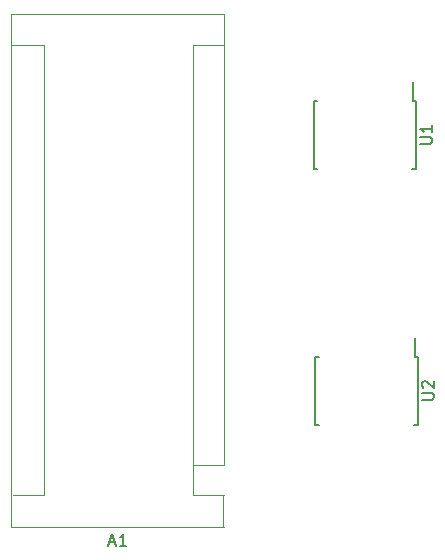
<source format=gbr>
%TF.GenerationSoftware,KiCad,Pcbnew,(6.0.7)*%
%TF.CreationDate,2022-10-28T17:52:02-04:00*%
%TF.ProjectId,double_layer_prototype1,646f7562-6c65-45f6-9c61-7965725f7072,rev?*%
%TF.SameCoordinates,Original*%
%TF.FileFunction,Legend,Top*%
%TF.FilePolarity,Positive*%
%FSLAX46Y46*%
G04 Gerber Fmt 4.6, Leading zero omitted, Abs format (unit mm)*
G04 Created by KiCad (PCBNEW (6.0.7)) date 2022-10-28 17:52:02*
%MOMM*%
%LPD*%
G01*
G04 APERTURE LIST*
%ADD10C,0.150000*%
%ADD11C,0.120000*%
G04 APERTURE END LIST*
D10*
%TO.C,U1*%
X85164380Y-117811904D02*
X85973904Y-117811904D01*
X86069142Y-117764285D01*
X86116761Y-117716666D01*
X86164380Y-117621428D01*
X86164380Y-117430952D01*
X86116761Y-117335714D01*
X86069142Y-117288095D01*
X85973904Y-117240476D01*
X85164380Y-117240476D01*
X86164380Y-116240476D02*
X86164380Y-116811904D01*
X86164380Y-116526190D02*
X85164380Y-116526190D01*
X85307238Y-116621428D01*
X85402476Y-116716666D01*
X85450095Y-116811904D01*
%TO.C,A1*%
X58848714Y-151550666D02*
X59324904Y-151550666D01*
X58753476Y-151836380D02*
X59086809Y-150836380D01*
X59420142Y-151836380D01*
X60277285Y-151836380D02*
X59705857Y-151836380D01*
X59991571Y-151836380D02*
X59991571Y-150836380D01*
X59896333Y-150979238D01*
X59801095Y-151074476D01*
X59705857Y-151122095D01*
%TO.C,U2*%
X85321980Y-139471304D02*
X86131504Y-139471304D01*
X86226742Y-139423685D01*
X86274361Y-139376066D01*
X86321980Y-139280828D01*
X86321980Y-139090352D01*
X86274361Y-138995114D01*
X86226742Y-138947495D01*
X86131504Y-138899876D01*
X85321980Y-138899876D01*
X85417219Y-138471304D02*
X85369600Y-138423685D01*
X85321980Y-138328447D01*
X85321980Y-138090352D01*
X85369600Y-137995114D01*
X85417219Y-137947495D01*
X85512457Y-137899876D01*
X85607695Y-137899876D01*
X85750552Y-137947495D01*
X86321980Y-138518923D01*
X86321980Y-137899876D01*
%TO.C,U1*%
X84787000Y-114175000D02*
X84562000Y-114175000D01*
X84787000Y-119925000D02*
X84487000Y-119925000D01*
X76137000Y-119925000D02*
X76437000Y-119925000D01*
X76137000Y-114175000D02*
X76437000Y-114175000D01*
X84562000Y-114175000D02*
X84562000Y-112575000D01*
X84787000Y-114175000D02*
X84787000Y-119925000D01*
X76137000Y-114175000D02*
X76137000Y-119925000D01*
D11*
%TO.C,A1*%
X65913000Y-145034000D02*
X65913000Y-147574000D01*
X50543000Y-150244000D02*
X68583000Y-150244000D01*
X65913000Y-145034000D02*
X68583000Y-145034000D01*
X50543000Y-106804000D02*
X50543000Y-150244000D01*
X68453000Y-150179000D02*
X68453000Y-147509000D01*
X68583000Y-145034000D02*
X68583000Y-106804000D01*
X53343000Y-147574000D02*
X50673000Y-147574000D01*
X68583000Y-106804000D02*
X50543000Y-106804000D01*
X53278000Y-109474000D02*
X50608000Y-109474000D01*
X65913000Y-145034000D02*
X65913000Y-109474000D01*
X65913000Y-109474000D02*
X68583000Y-109474000D01*
X53278000Y-147574000D02*
X53278000Y-109474000D01*
X65913000Y-147574000D02*
X68583000Y-147574000D01*
D10*
%TO.C,U2*%
X76294600Y-135834400D02*
X76294600Y-141584400D01*
X84944600Y-141584400D02*
X84644600Y-141584400D01*
X76294600Y-135834400D02*
X76594600Y-135834400D01*
X76294600Y-141584400D02*
X76594600Y-141584400D01*
X84719600Y-135834400D02*
X84719600Y-134234400D01*
X84944600Y-135834400D02*
X84944600Y-141584400D01*
X84944600Y-135834400D02*
X84719600Y-135834400D01*
%TD*%
M02*

</source>
